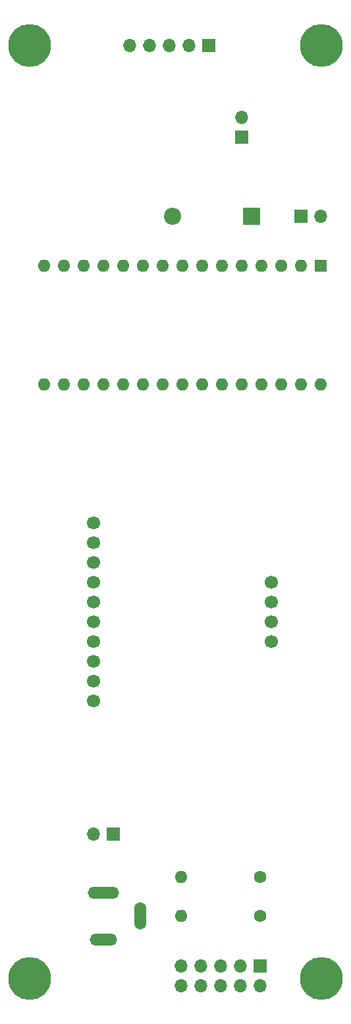
<source format=gbr>
%TF.GenerationSoftware,KiCad,Pcbnew,7.0.9*%
%TF.CreationDate,2025-03-02T20:15:54-05:00*%
%TF.ProjectId,Module_Nano_Pump,4d6f6475-6c65-45f4-9e61-6e6f5f50756d,rev?*%
%TF.SameCoordinates,Original*%
%TF.FileFunction,Soldermask,Top*%
%TF.FilePolarity,Negative*%
%FSLAX46Y46*%
G04 Gerber Fmt 4.6, Leading zero omitted, Abs format (unit mm)*
G04 Created by KiCad (PCBNEW 7.0.9) date 2025-03-02 20:15:54*
%MOMM*%
%LPD*%
G01*
G04 APERTURE LIST*
%ADD10R,2.200000X2.200000*%
%ADD11O,2.200000X2.200000*%
%ADD12C,1.700000*%
%ADD13C,0.990600*%
%ADD14O,4.013200X1.498600*%
%ADD15O,3.505200X1.498600*%
%ADD16O,1.498600X3.505200*%
%ADD17C,5.500000*%
%ADD18R,1.700000X1.700000*%
%ADD19O,1.700000X1.700000*%
%ADD20C,1.600000*%
%ADD21O,1.600000X1.600000*%
%ADD22R,1.600000X1.600000*%
G04 APERTURE END LIST*
D10*
%TO.C,D1*%
X66040000Y-57150000D03*
D11*
X55880000Y-57150000D03*
%TD*%
D12*
%TO.C,U1*%
X45720000Y-96520000D03*
X45720000Y-99060000D03*
X45720000Y-101600000D03*
X45720000Y-104140000D03*
X45720000Y-106680000D03*
X45720000Y-109220000D03*
X45720000Y-111760000D03*
X45720000Y-114300000D03*
X45720000Y-116840000D03*
X45720000Y-119380000D03*
X68580000Y-104140000D03*
X68580000Y-106680000D03*
X68580000Y-109220000D03*
X68580000Y-111760000D03*
%TD*%
D13*
%TO.C,J3*%
X51709000Y-148010800D03*
X51709000Y-146004200D03*
X48267311Y-144010300D03*
X48013300Y-150004700D03*
X46006700Y-150004700D03*
X45752711Y-144010300D03*
D14*
X47010000Y-144010300D03*
D15*
X47010000Y-150004700D03*
D16*
X51709000Y-147007500D03*
%TD*%
D17*
%TO.C,H2*%
X75010000Y-35250000D03*
%TD*%
D18*
%TO.C,J2*%
X67090000Y-153460000D03*
D19*
X67090000Y-156000000D03*
X64550000Y-153460000D03*
X64550000Y-156000000D03*
X62010000Y-153460000D03*
X62010000Y-156000000D03*
X59470000Y-153460000D03*
X59470000Y-156000000D03*
X56930000Y-153460000D03*
X56930000Y-156000000D03*
%TD*%
D18*
%TO.C,J4*%
X60550000Y-35250000D03*
D19*
X58010000Y-35250000D03*
X55470000Y-35250000D03*
X52930000Y-35250000D03*
X50390000Y-35250000D03*
%TD*%
D18*
%TO.C,J1*%
X72390000Y-57150000D03*
D19*
X74930000Y-57150000D03*
%TD*%
D17*
%TO.C,H1*%
X37510000Y-35250000D03*
%TD*%
D20*
%TO.C,R1*%
X67090000Y-142000000D03*
D21*
X56930000Y-142000000D03*
%TD*%
D17*
%TO.C,H3*%
X37510000Y-155000000D03*
%TD*%
D20*
%TO.C,R2*%
X67170000Y-147000000D03*
D21*
X57010000Y-147000000D03*
%TD*%
D17*
%TO.C,H4*%
X75010000Y-155000000D03*
%TD*%
D18*
%TO.C,J5*%
X64770000Y-46990000D03*
D19*
X64770000Y-44450000D03*
%TD*%
D22*
%TO.C,A1*%
X74930000Y-63500000D03*
D21*
X72390000Y-63500000D03*
X69850000Y-63500000D03*
X67310000Y-63500000D03*
X64770000Y-63500000D03*
X62230000Y-63500000D03*
X59690000Y-63500000D03*
X57150000Y-63500000D03*
X54610000Y-63500000D03*
X52070000Y-63500000D03*
X49530000Y-63500000D03*
X46990000Y-63500000D03*
X44450000Y-63500000D03*
X41910000Y-63500000D03*
X39370000Y-63500000D03*
X39370000Y-78740000D03*
X41910000Y-78740000D03*
X44450000Y-78740000D03*
X46990000Y-78740000D03*
X49530000Y-78740000D03*
X52070000Y-78740000D03*
X54610000Y-78740000D03*
X57150000Y-78740000D03*
X59690000Y-78740000D03*
X62230000Y-78740000D03*
X64770000Y-78740000D03*
X67310000Y-78740000D03*
X69850000Y-78740000D03*
X72390000Y-78740000D03*
X74930000Y-78740000D03*
%TD*%
D18*
%TO.C,J6*%
X48265000Y-136525000D03*
D19*
X45725000Y-136525000D03*
%TD*%
M02*

</source>
